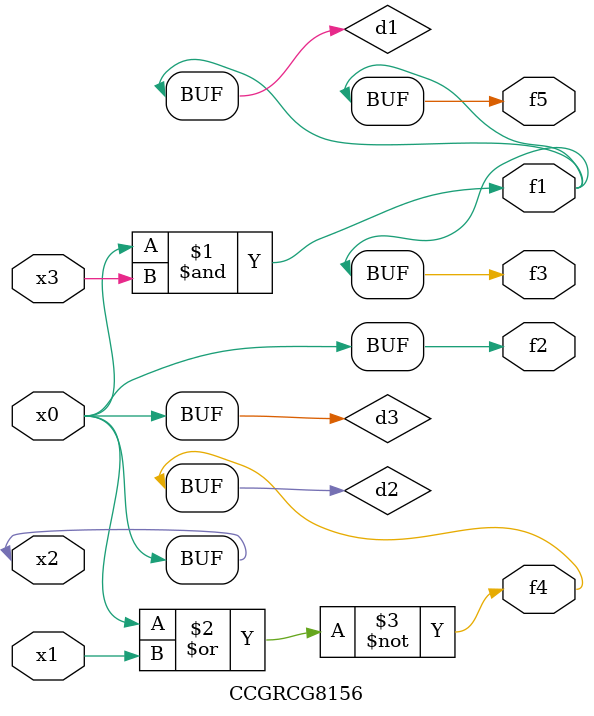
<source format=v>
module CCGRCG8156(
	input x0, x1, x2, x3,
	output f1, f2, f3, f4, f5
);

	wire d1, d2, d3;

	and (d1, x2, x3);
	nor (d2, x0, x1);
	buf (d3, x0, x2);
	assign f1 = d1;
	assign f2 = d3;
	assign f3 = d1;
	assign f4 = d2;
	assign f5 = d1;
endmodule

</source>
